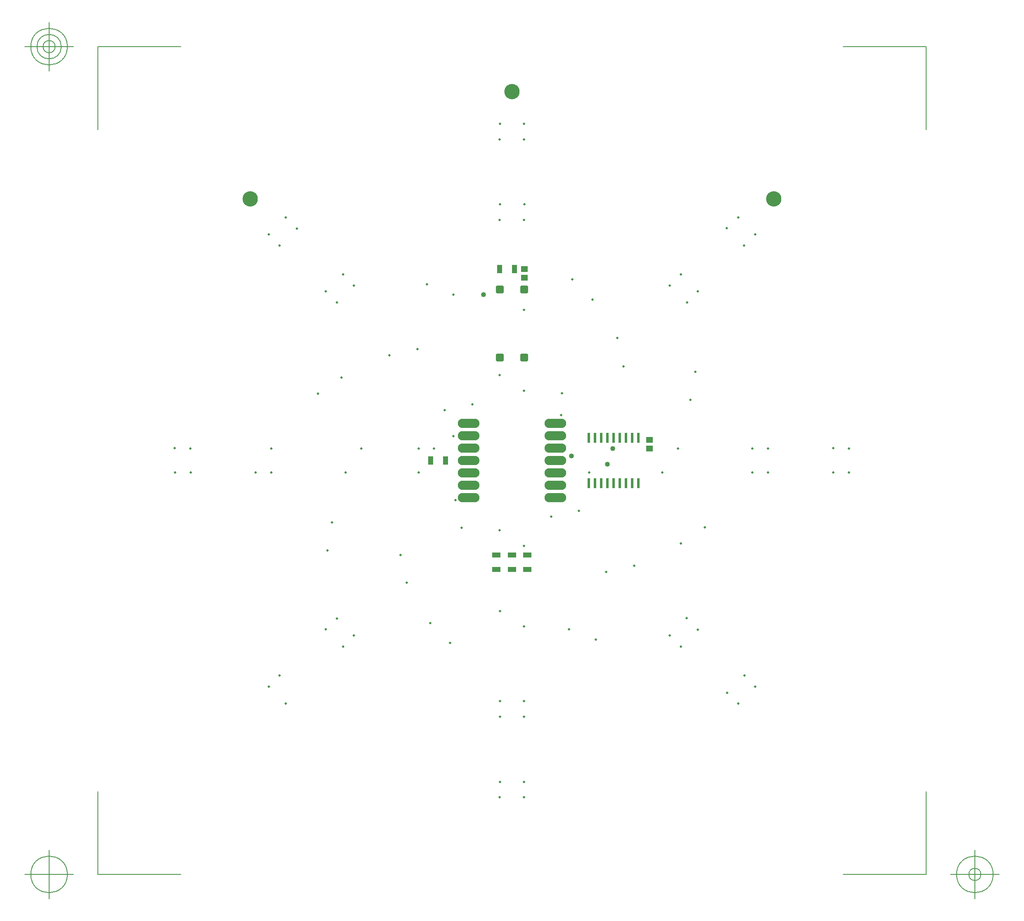
<source format=gbr>
G04 Generated by Ultiboard 14.1 *
%FSLAX24Y24*%
%MOIN*%

%ADD10C,0.0001*%
%ADD11C,0.0050*%
%ADD12C,0.1240*%
%ADD13C,0.0200*%
%ADD14C,0.0400*%
%ADD15O,0.1750X0.0750*%
%ADD16R,0.0236X0.0787*%
%ADD17R,0.0571X0.0453*%
%ADD18R,0.0689X0.0413*%
%ADD19R,0.0413X0.0689*%
%ADD20R,0.0430X0.0430*%


G04 ColorRGB 9900CC for the following layer *
%LNSolder Mask Bottom*%
%LPD*%
G54D10*
G54D11*
X-100Y-100D02*
X-100Y6587D01*
X-100Y-100D02*
X6586Y-100D01*
X66764Y-100D02*
X60078Y-100D01*
X66764Y-100D02*
X66764Y6587D01*
X66764Y66767D02*
X66764Y60080D01*
X66764Y66767D02*
X60078Y66767D01*
X-100Y66767D02*
X6586Y66767D01*
X-100Y66767D02*
X-100Y60080D01*
X-2069Y-100D02*
X-6006Y-100D01*
X-4037Y-2069D02*
X-4037Y1869D01*
X-5513Y-100D02*
G75*
D01*
G02X-5513Y-100I1476J0*
G01*
X68733Y-100D02*
X72670Y-100D01*
X70701Y-2069D02*
X70701Y1869D01*
X69225Y-100D02*
G75*
D01*
G02X69225Y-100I1476J0*
G01*
X70209Y-100D02*
G75*
D01*
G02X70209Y-100I492J0*
G01*
X-2069Y66767D02*
X-6006Y66767D01*
X-4037Y64798D02*
X-4037Y68735D01*
X-5513Y66767D02*
G75*
D01*
G02X-5513Y66767I1476J0*
G01*
X-5021Y66767D02*
G75*
D01*
G02X-5021Y66767I984J0*
G01*
X-4529Y66767D02*
G75*
D01*
G02X-4529Y66767I492J0*
G01*
G54D12*
X12190Y54460D03*
X33330Y63130D03*
X54460Y54460D03*
G54D13*
X27890Y37410D03*
X32350Y40230D03*
X46740Y34310D03*
X48900Y27920D03*
X43210Y24820D03*
X48340Y19680D03*
X52970Y15080D03*
X15060Y13700D03*
X18420Y26080D03*
X17660Y38730D03*
X26470Y47580D03*
X41840Y43230D03*
X38212Y47973D03*
X60530Y34310D03*
X19900Y32370D03*
X28350Y18590D03*
X38740Y29270D03*
X29270Y27900D03*
X32360Y60530D03*
X32360Y54020D03*
X39580Y32370D03*
X51586Y52968D03*
X34095Y41430D02*
X34525Y41430D01*
X34525Y41860D01*
X34095Y41860D01*
X34095Y41430D01*D02*
X34095Y46940D02*
X34525Y46940D01*
X34525Y47370D01*
X34095Y47370D01*
X34095Y46940D01*D02*
X32135Y41430D02*
X32565Y41430D01*
X32565Y41860D01*
X32135Y41860D01*
X32135Y41430D01*D02*
X32135Y46940D02*
X32565Y46940D01*
X32565Y47370D01*
X32135Y47370D01*
X32135Y46940D01*D02*
X32350Y59280D03*
X52960Y51590D03*
X14580Y50700D03*
X34300Y60530D03*
X50670Y52090D03*
X60520Y32370D03*
X59270Y34320D03*
X51590Y13700D03*
X52090Y15960D03*
X32340Y6120D03*
X40040Y35170D03*
X52750Y34310D03*
X46980Y18310D03*
X40540Y35170D03*
X39540Y35170D03*
X25805Y32370D03*
X37376Y38768D03*
X34300Y26440D03*
X23442Y41846D03*
X48146Y40517D03*
X40109Y18875D03*
X34300Y19920D03*
X24824Y23452D03*
X12650Y32370D03*
X18312Y46986D03*
X46976Y48358D03*
X54000Y34310D03*
X34300Y12650D03*
X19684Y18312D03*
X6130Y32370D03*
X13702Y51596D03*
X34300Y6130D03*
X47450Y20590D03*
X32360Y12650D03*
X7390Y32360D03*
X15070Y52970D03*
X34290Y7380D03*
X13690Y15080D03*
X20560Y19210D03*
X6110Y34330D03*
X34290Y13910D03*
X18290Y19690D03*
X28590Y35310D03*
X34580Y24520D03*
X32080Y24520D03*
X25800Y34310D03*
X13910Y32370D03*
X19690Y48360D03*
X19190Y46100D03*
X34320Y54020D03*
X32340Y52770D03*
X48350Y46990D03*
X46080Y47480D03*
X54000Y32360D03*
X36120Y31360D03*
X36420Y31370D03*
X37050Y31370D03*
X36730Y31370D03*
X27050Y34310D03*
X30140Y37880D03*
X34290Y38980D03*
X37300Y37000D03*
X36490Y28790D03*
X32350Y27690D03*
X28770Y30150D03*
X21160Y34300D03*
X19560Y40030D03*
X25700Y42330D03*
X28610Y46740D03*
X34290Y45490D03*
X39850Y46340D03*
X42320Y40950D03*
X47750Y38240D03*
X45470Y32370D03*
X46980Y26630D03*
X40950Y24350D03*
X37940Y19690D03*
X32360Y21170D03*
X26720Y20210D03*
X24340Y25700D03*
X18810Y28320D03*
X13900Y34310D03*
X20560Y47470D03*
X34300Y52780D03*
X47460Y46100D03*
X52750Y32370D03*
X46080Y19200D03*
X32360Y13900D03*
X19200Y20570D03*
X7380Y34310D03*
X15960Y52080D03*
X34300Y59280D03*
X52070Y50700D03*
X59280Y32380D03*
X50700Y14570D03*
X32360Y7380D03*
X14580Y15960D03*
X34310Y41645D03*
X34320Y48096D03*
X39540Y31760D03*
X44440Y34297D03*
X42540Y31510D03*
X42040Y31500D03*
X41540Y31500D03*
G54D14*
X41460Y34310D03*
X31050Y46750D03*
X38130Y33700D03*
X41040Y33030D03*
X44430Y35010D03*
G54D15*
X29830Y30340D03*
X36830Y30340D03*
X29830Y31340D03*
X36830Y31340D03*
X29830Y32340D03*
X36830Y32340D03*
X29830Y33340D03*
X36830Y33340D03*
X29830Y34340D03*
X36830Y34340D03*
X29830Y35340D03*
X36830Y35340D03*
X29830Y36340D03*
X36830Y36340D03*
G54D16*
X39540Y31509D03*
X40040Y31509D03*
X41040Y31509D03*
X40540Y31509D03*
X41540Y31509D03*
X42040Y31509D03*
X42540Y31509D03*
X43040Y31509D03*
X43540Y31509D03*
X39540Y35171D03*
X40040Y35171D03*
X40540Y35171D03*
X41040Y35171D03*
X41540Y35171D03*
X42040Y35171D03*
X42540Y35171D03*
X43040Y35171D03*
X43540Y35171D03*
G54D17*
X44440Y34297D03*
X44440Y35006D03*
X34320Y48096D03*
X34320Y48804D03*
G54D18*
X32080Y24519D03*
X32080Y25701D03*
X33330Y24519D03*
X33330Y25701D03*
X34580Y24519D03*
X34580Y25701D03*
G54D19*
X26779Y33340D03*
X27961Y33340D03*
X32349Y48800D03*
X33531Y48800D03*
G54D20*
X34310Y41645D03*
X34310Y47155D03*
X32350Y41645D03*
X32350Y47155D03*

M02*

</source>
